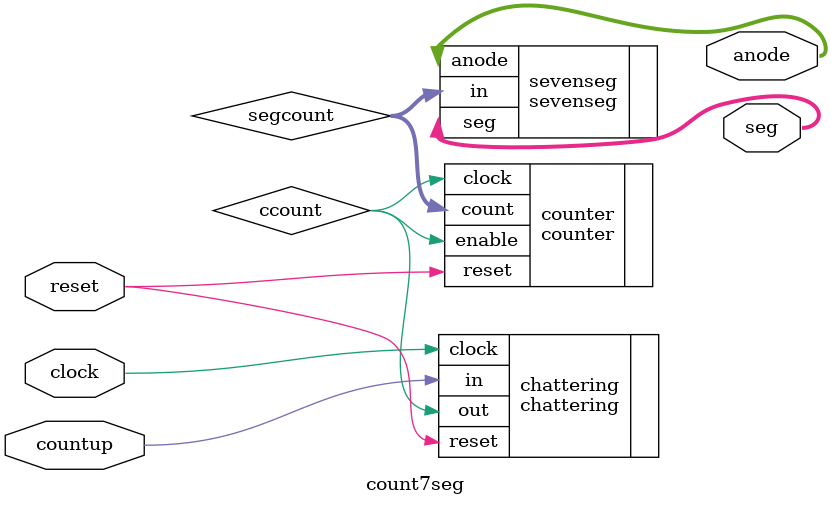
<source format=v>
`timescale 1ns / 1ps


module count7seg(
    input clock,
    input countup,
    input reset,
    output [7:0] seg,
    output [3:0] anode
    );
    
    wire ccount;
    
    wire [3:0] segcount;
    
    chattering chattering(
        .clock(clock),
        .reset(reset),
        .in(countup),
        .out(ccount)
    );
    
    counter counter(
        .clock(ccount),
        .reset(reset),
        .enable(ccount),
        .count(segcount)
    );
    
    sevenseg sevenseg(
        .in(segcount),
        .seg(seg),
        .anode(anode)
    );
    
endmodule

</source>
